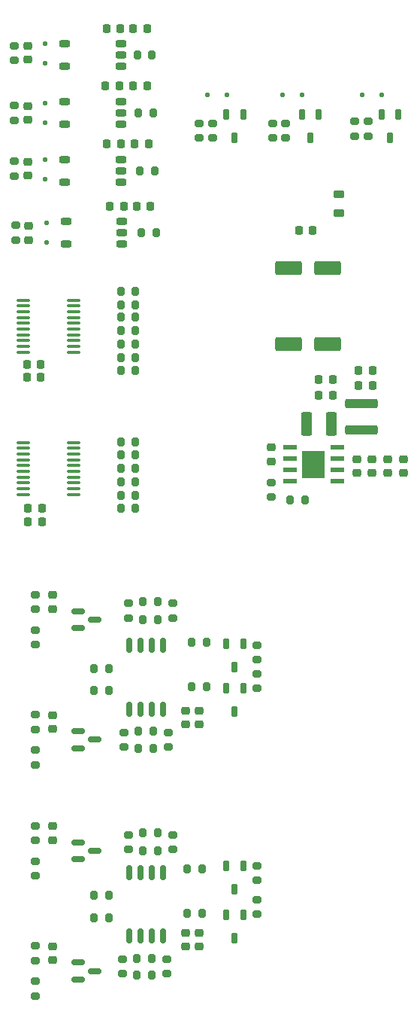
<source format=gbr>
%TF.GenerationSoftware,KiCad,Pcbnew,9.0.3*%
%TF.CreationDate,2026-03-01T13:08:05+01:00*%
%TF.ProjectId,HAT_RPI_PnP,4841545f-5250-4495-9f50-6e502e6b6963,rev?*%
%TF.SameCoordinates,Original*%
%TF.FileFunction,Paste,Top*%
%TF.FilePolarity,Positive*%
%FSLAX46Y46*%
G04 Gerber Fmt 4.6, Leading zero omitted, Abs format (unit mm)*
G04 Created by KiCad (PCBNEW 9.0.3) date 2026-03-01 13:08:05*
%MOMM*%
%LPD*%
G01*
G04 APERTURE LIST*
G04 Aperture macros list*
%AMRoundRect*
0 Rectangle with rounded corners*
0 $1 Rounding radius*
0 $2 $3 $4 $5 $6 $7 $8 $9 X,Y pos of 4 corners*
0 Add a 4 corners polygon primitive as box body*
4,1,4,$2,$3,$4,$5,$6,$7,$8,$9,$2,$3,0*
0 Add four circle primitives for the rounded corners*
1,1,$1+$1,$2,$3*
1,1,$1+$1,$4,$5*
1,1,$1+$1,$6,$7*
1,1,$1+$1,$8,$9*
0 Add four rect primitives between the rounded corners*
20,1,$1+$1,$2,$3,$4,$5,0*
20,1,$1+$1,$4,$5,$6,$7,0*
20,1,$1+$1,$6,$7,$8,$9,0*
20,1,$1+$1,$8,$9,$2,$3,0*%
G04 Aperture macros list end*
%ADD10RoundRect,0.200000X0.200000X0.275000X-0.200000X0.275000X-0.200000X-0.275000X0.200000X-0.275000X0*%
%ADD11RoundRect,0.225000X0.225000X0.250000X-0.225000X0.250000X-0.225000X-0.250000X0.225000X-0.250000X0*%
%ADD12RoundRect,0.218750X0.218750X0.256250X-0.218750X0.256250X-0.218750X-0.256250X0.218750X-0.256250X0*%
%ADD13RoundRect,0.200000X-0.200000X-0.275000X0.200000X-0.275000X0.200000X0.275000X-0.200000X0.275000X0*%
%ADD14RoundRect,0.218750X0.256250X-0.218750X0.256250X0.218750X-0.256250X0.218750X-0.256250X-0.218750X0*%
%ADD15RoundRect,0.200000X0.275000X-0.200000X0.275000X0.200000X-0.275000X0.200000X-0.275000X-0.200000X0*%
%ADD16RoundRect,0.162500X-0.162500X0.447500X-0.162500X-0.447500X0.162500X-0.447500X0.162500X0.447500X0*%
%ADD17RoundRect,0.150000X-0.587500X-0.150000X0.587500X-0.150000X0.587500X0.150000X-0.587500X0.150000X0*%
%ADD18RoundRect,0.225000X-0.250000X0.225000X-0.250000X-0.225000X0.250000X-0.225000X0.250000X0.225000X0*%
%ADD19RoundRect,0.200000X-0.400000X-0.200000X0.400000X-0.200000X0.400000X0.200000X-0.400000X0.200000X0*%
%ADD20RoundRect,0.218750X-0.381250X0.218750X-0.381250X-0.218750X0.381250X-0.218750X0.381250X0.218750X0*%
%ADD21RoundRect,0.200000X-0.275000X0.200000X-0.275000X-0.200000X0.275000X-0.200000X0.275000X0.200000X0*%
%ADD22RoundRect,0.225000X0.250000X-0.225000X0.250000X0.225000X-0.250000X0.225000X-0.250000X-0.225000X0*%
%ADD23RoundRect,0.125000X-0.125000X0.125000X-0.125000X-0.125000X0.125000X-0.125000X0.125000X0.125000X0*%
%ADD24RoundRect,0.100000X0.637500X0.100000X-0.637500X0.100000X-0.637500X-0.100000X0.637500X-0.100000X0*%
%ADD25RoundRect,0.250000X1.250000X0.550000X-1.250000X0.550000X-1.250000X-0.550000X1.250000X-0.550000X0*%
%ADD26RoundRect,0.125000X-0.125000X-0.125000X0.125000X-0.125000X0.125000X0.125000X-0.125000X0.125000X0*%
%ADD27RoundRect,0.162500X-0.162500X0.650000X-0.162500X-0.650000X0.162500X-0.650000X0.162500X0.650000X0*%
%ADD28RoundRect,0.225000X-0.225000X-0.250000X0.225000X-0.250000X0.225000X0.250000X-0.225000X0.250000X0*%
%ADD29RoundRect,0.250000X1.600000X-0.300000X1.600000X0.300000X-1.600000X0.300000X-1.600000X-0.300000X0*%
%ADD30R,2.600000X3.100000*%
%ADD31R,1.550000X0.600000*%
%ADD32RoundRect,0.250000X0.375000X1.075000X-0.375000X1.075000X-0.375000X-1.075000X0.375000X-1.075000X0*%
G04 APERTURE END LIST*
D10*
%TO.C,R51*%
X83325000Y-80100000D03*
X81675000Y-80100000D03*
%TD*%
%TO.C,R50*%
X83325000Y-81600000D03*
X81675000Y-81600000D03*
%TD*%
D11*
%TO.C,C21*%
X103975000Y-90000000D03*
X105525000Y-90000000D03*
%TD*%
D10*
%TO.C,R13*%
X85150000Y-157000000D03*
X83500000Y-157000000D03*
%TD*%
D12*
%TO.C,FB8*%
X72787500Y-106000000D03*
X71212500Y-106000000D03*
%TD*%
D13*
%TO.C,R23*%
X78675000Y-122500000D03*
X80325000Y-122500000D03*
%TD*%
D14*
%TO.C,FB1*%
X89000000Y-128787500D03*
X89000000Y-127212500D03*
%TD*%
D15*
%TO.C,R1*%
X72000000Y-145825000D03*
X72000000Y-144175000D03*
%TD*%
D16*
%TO.C,Q7*%
X112950000Y-60190000D03*
X111050000Y-60190000D03*
X112000000Y-62810000D03*
%TD*%
D17*
%TO.C,D2*%
X76830000Y-155550000D03*
X76830000Y-157450000D03*
X78705000Y-156500000D03*
%TD*%
D18*
%TO.C,C19*%
X110000000Y-98975000D03*
X110000000Y-100525000D03*
%TD*%
D12*
%TO.C,FB3*%
X85000000Y-70500000D03*
X83425000Y-70500000D03*
%TD*%
D11*
%TO.C,C23*%
X105525000Y-91750000D03*
X103975000Y-91750000D03*
%TD*%
D19*
%TO.C,U6*%
X75350000Y-52230000D03*
X75350000Y-54770000D03*
X81650000Y-54770000D03*
X81650000Y-53500000D03*
X81650000Y-52230000D03*
%TD*%
D18*
%TO.C,C7*%
X71300000Y-72745000D03*
X71300000Y-74295000D03*
%TD*%
D13*
%TO.C,R12*%
X78675000Y-150500000D03*
X80325000Y-150500000D03*
%TD*%
D10*
%TO.C,R54*%
X83325000Y-97000000D03*
X81675000Y-97000000D03*
%TD*%
D12*
%TO.C,FB4*%
X84787500Y-63500000D03*
X83212500Y-63500000D03*
%TD*%
D15*
%TO.C,R39*%
X69650000Y-67095000D03*
X69650000Y-65445000D03*
%TD*%
D13*
%TO.C,R33*%
X89675000Y-119500000D03*
X91325000Y-119500000D03*
%TD*%
D20*
%TO.C,FB9*%
X106250000Y-69187500D03*
X106250000Y-71312500D03*
%TD*%
D15*
%TO.C,R32*%
X87000000Y-131325000D03*
X87000000Y-129675000D03*
%TD*%
D18*
%TO.C,C6*%
X90500000Y-152225000D03*
X90500000Y-153775000D03*
%TD*%
D17*
%TO.C,D3*%
X76830000Y-116050000D03*
X76830000Y-117950000D03*
X78705000Y-117000000D03*
%TD*%
D15*
%TO.C,R35*%
X97000000Y-121500000D03*
X97000000Y-119850000D03*
%TD*%
D10*
%TO.C,R56*%
X83325000Y-101500000D03*
X81675000Y-101500000D03*
%TD*%
D15*
%TO.C,R63*%
X98750000Y-62825000D03*
X98750000Y-61175000D03*
%TD*%
D21*
%TO.C,R26*%
X82500000Y-115175000D03*
X82500000Y-116825000D03*
%TD*%
D13*
%TO.C,R44*%
X83525000Y-53500000D03*
X85175000Y-53500000D03*
%TD*%
D22*
%TO.C,C3*%
X74000000Y-115775000D03*
X74000000Y-114225000D03*
%TD*%
D21*
%TO.C,R62*%
X92000000Y-61175000D03*
X92000000Y-62825000D03*
%TD*%
D18*
%TO.C,C13*%
X71150000Y-52495000D03*
X71150000Y-54045000D03*
%TD*%
D15*
%TO.C,R2*%
X72000000Y-141825000D03*
X72000000Y-140175000D03*
%TD*%
D23*
%TO.C,D7*%
X73150000Y-58920000D03*
X73150000Y-61120000D03*
%TD*%
D13*
%TO.C,R40*%
X83825000Y-66500000D03*
X85475000Y-66500000D03*
%TD*%
D11*
%TO.C,C10*%
X81650000Y-63500000D03*
X80100000Y-63500000D03*
%TD*%
D10*
%TO.C,R57*%
X83325000Y-98500000D03*
X81675000Y-98500000D03*
%TD*%
D13*
%TO.C,R8*%
X89175000Y-145000000D03*
X90825000Y-145000000D03*
%TD*%
%TO.C,R60*%
X100775000Y-103500000D03*
X102425000Y-103500000D03*
%TD*%
D17*
%TO.C,D1*%
X76830000Y-142050000D03*
X76830000Y-143950000D03*
X78705000Y-143000000D03*
%TD*%
D15*
%TO.C,R61*%
X90500000Y-62825000D03*
X90500000Y-61175000D03*
%TD*%
D24*
%TO.C,U8*%
X70637500Y-86925000D03*
X70637500Y-86275000D03*
X70637500Y-85625000D03*
X70637500Y-84975000D03*
X70637500Y-84325000D03*
X70637500Y-83675000D03*
X70637500Y-83025000D03*
X70637500Y-82375000D03*
X70637500Y-81725000D03*
X70637500Y-81075000D03*
X76362500Y-81075000D03*
X76362500Y-81725000D03*
X76362500Y-82375000D03*
X76362500Y-83025000D03*
X76362500Y-83675000D03*
X76362500Y-84325000D03*
X76362500Y-84975000D03*
X76362500Y-85625000D03*
X76362500Y-86275000D03*
X76362500Y-86925000D03*
%TD*%
D15*
%TO.C,R11*%
X72000000Y-155325000D03*
X72000000Y-153675000D03*
%TD*%
%TO.C,R20*%
X72000000Y-115825000D03*
X72000000Y-114175000D03*
%TD*%
D21*
%TO.C,R6*%
X82500000Y-141175000D03*
X82500000Y-142825000D03*
%TD*%
D19*
%TO.C,U1*%
X75500000Y-72230000D03*
X75500000Y-74770000D03*
X81800000Y-74770000D03*
X81800000Y-73500000D03*
X81800000Y-72230000D03*
%TD*%
D11*
%TO.C,C12*%
X81500000Y-57000000D03*
X79950000Y-57000000D03*
%TD*%
D15*
%TO.C,R10*%
X72000000Y-159325000D03*
X72000000Y-157675000D03*
%TD*%
D11*
%TO.C,C8*%
X81987500Y-70500000D03*
X80437500Y-70500000D03*
%TD*%
D21*
%TO.C,R36*%
X97000000Y-124725000D03*
X97000000Y-123075000D03*
%TD*%
D12*
%TO.C,FB7*%
X72650000Y-89775000D03*
X71075000Y-89775000D03*
%TD*%
D16*
%TO.C,Q3*%
X95450000Y-119690000D03*
X93550000Y-119690000D03*
X94500000Y-122310000D03*
%TD*%
D15*
%TO.C,R16*%
X86825000Y-156825000D03*
X86825000Y-155175000D03*
%TD*%
D21*
%TO.C,R64*%
X100250000Y-61175000D03*
X100250000Y-62825000D03*
%TD*%
D25*
%TO.C,C25*%
X104950000Y-86000000D03*
X100550000Y-86000000D03*
%TD*%
D18*
%TO.C,C11*%
X71150000Y-59245000D03*
X71150000Y-60795000D03*
%TD*%
D23*
%TO.C,D5*%
X73300000Y-72420000D03*
X73300000Y-74620000D03*
%TD*%
D13*
%TO.C,R30*%
X83675000Y-129500000D03*
X85325000Y-129500000D03*
%TD*%
D23*
%TO.C,D6*%
X73150000Y-65270000D03*
X73150000Y-67470000D03*
%TD*%
D15*
%TO.C,R9*%
X97000000Y-146325000D03*
X97000000Y-144675000D03*
%TD*%
D18*
%TO.C,C9*%
X71150000Y-65495000D03*
X71150000Y-67045000D03*
%TD*%
D10*
%TO.C,R27*%
X85325000Y-131500000D03*
X83675000Y-131500000D03*
%TD*%
D13*
%TO.C,R24*%
X78675000Y-125000000D03*
X80325000Y-125000000D03*
%TD*%
D12*
%TO.C,FB6*%
X84637500Y-50500000D03*
X83062500Y-50500000D03*
%TD*%
D15*
%TO.C,R37*%
X69650000Y-60845000D03*
X69650000Y-59195000D03*
%TD*%
D17*
%TO.C,D4*%
X76830000Y-129550000D03*
X76830000Y-131450000D03*
X78705000Y-130500000D03*
%TD*%
D21*
%TO.C,R66*%
X109500000Y-60985000D03*
X109500000Y-62635000D03*
%TD*%
D10*
%TO.C,R5*%
X85825000Y-141000000D03*
X84175000Y-141000000D03*
%TD*%
D16*
%TO.C,Q6*%
X95450000Y-60190000D03*
X93550000Y-60190000D03*
X94500000Y-62810000D03*
%TD*%
D13*
%TO.C,R17*%
X89175000Y-150000000D03*
X90825000Y-150000000D03*
%TD*%
D26*
%TO.C,D10*%
X91400000Y-58000000D03*
X93600000Y-58000000D03*
%TD*%
D15*
%TO.C,R21*%
X72000000Y-133325000D03*
X72000000Y-131675000D03*
%TD*%
D16*
%TO.C,Q5*%
X103950000Y-60190000D03*
X102050000Y-60190000D03*
X103000000Y-62810000D03*
%TD*%
D23*
%TO.C,D8*%
X73150000Y-52270000D03*
X73150000Y-54470000D03*
%TD*%
D21*
%TO.C,R28*%
X82000000Y-129675000D03*
X82000000Y-131325000D03*
%TD*%
D10*
%TO.C,R48*%
X83325000Y-84500000D03*
X81675000Y-84500000D03*
%TD*%
D21*
%TO.C,R4*%
X87500000Y-141175000D03*
X87500000Y-142825000D03*
%TD*%
D24*
%TO.C,U9*%
X76362500Y-102925000D03*
X76362500Y-102275000D03*
X76362500Y-101625000D03*
X76362500Y-100975000D03*
X76362500Y-100325000D03*
X76362500Y-99675000D03*
X76362500Y-99025000D03*
X76362500Y-98375000D03*
X76362500Y-97725000D03*
X76362500Y-97075000D03*
X70637500Y-97075000D03*
X70637500Y-97725000D03*
X70637500Y-98375000D03*
X70637500Y-99025000D03*
X70637500Y-99675000D03*
X70637500Y-100325000D03*
X70637500Y-100975000D03*
X70637500Y-101625000D03*
X70637500Y-102275000D03*
X70637500Y-102925000D03*
%TD*%
D18*
%TO.C,C20*%
X108300000Y-98975000D03*
X108300000Y-100525000D03*
%TD*%
D27*
%TO.C,U3*%
X86405000Y-119912500D03*
X85135000Y-119912500D03*
X83865000Y-119912500D03*
X82595000Y-119912500D03*
X82595000Y-127087500D03*
X83865000Y-127087500D03*
X85135000Y-127087500D03*
X86405000Y-127087500D03*
%TD*%
D13*
%TO.C,R29*%
X84175000Y-117000000D03*
X85825000Y-117000000D03*
%TD*%
D27*
%TO.C,U2*%
X86405000Y-145412500D03*
X85135000Y-145412500D03*
X83865000Y-145412500D03*
X82595000Y-145412500D03*
X82595000Y-152587500D03*
X83865000Y-152587500D03*
X85135000Y-152587500D03*
X86405000Y-152587500D03*
%TD*%
D26*
%TO.C,D12*%
X108900000Y-58000000D03*
X111100000Y-58000000D03*
%TD*%
D28*
%TO.C,C24*%
X108475000Y-90700000D03*
X110025000Y-90700000D03*
%TD*%
D13*
%TO.C,R7*%
X84175000Y-143000000D03*
X85825000Y-143000000D03*
%TD*%
D16*
%TO.C,Q4*%
X95450000Y-124690000D03*
X93550000Y-124690000D03*
X94500000Y-127310000D03*
%TD*%
D12*
%TO.C,FB5*%
X84637500Y-57000000D03*
X83062500Y-57000000D03*
%TD*%
D10*
%TO.C,R25*%
X85825000Y-115000000D03*
X84175000Y-115000000D03*
%TD*%
D15*
%TO.C,R43*%
X69650000Y-54095000D03*
X69650000Y-52445000D03*
%TD*%
D29*
%TO.C,L1*%
X108750000Y-95700000D03*
X108750000Y-92700000D03*
%TD*%
D15*
%TO.C,R65*%
X108000000Y-62635000D03*
X108000000Y-60985000D03*
%TD*%
D19*
%TO.C,U4*%
X81650000Y-65230000D03*
X81650000Y-66500000D03*
X81650000Y-67770000D03*
X75350000Y-67770000D03*
X75350000Y-65230000D03*
%TD*%
D28*
%TO.C,C16*%
X71225000Y-104500000D03*
X72775000Y-104500000D03*
%TD*%
D25*
%TO.C,C28*%
X100550000Y-77500000D03*
X104950000Y-77500000D03*
%TD*%
D26*
%TO.C,D11*%
X99900000Y-58000000D03*
X102100000Y-58000000D03*
%TD*%
D28*
%TO.C,C15*%
X71087500Y-88275000D03*
X72637500Y-88275000D03*
%TD*%
D18*
%TO.C,C18*%
X111750000Y-98975000D03*
X111750000Y-100525000D03*
%TD*%
D16*
%TO.C,Q2*%
X95450000Y-150190000D03*
X93550000Y-150190000D03*
X94500000Y-152810000D03*
%TD*%
D18*
%TO.C,C26*%
X98600000Y-97640000D03*
X98600000Y-99190000D03*
%TD*%
D13*
%TO.C,R15*%
X83500000Y-155087500D03*
X85150000Y-155087500D03*
%TD*%
D15*
%TO.C,R19*%
X72000000Y-119825000D03*
X72000000Y-118175000D03*
%TD*%
D30*
%TO.C,U7*%
X103400000Y-99550000D03*
D31*
X106100000Y-97645000D03*
X106100000Y-98915000D03*
X106100000Y-100185000D03*
X106100000Y-101455000D03*
X100700000Y-101455000D03*
X100700000Y-100185000D03*
X100700000Y-98915000D03*
X100700000Y-97645000D03*
%TD*%
D16*
%TO.C,Q1*%
X95450000Y-144690000D03*
X93550000Y-144690000D03*
X94500000Y-147310000D03*
%TD*%
D22*
%TO.C,C4*%
X74000000Y-129275000D03*
X74000000Y-127725000D03*
%TD*%
%TO.C,C1*%
X74000000Y-141775000D03*
X74000000Y-140225000D03*
%TD*%
D10*
%TO.C,R47*%
X83325000Y-86000000D03*
X81675000Y-86000000D03*
%TD*%
D15*
%TO.C,R22*%
X72000000Y-129325000D03*
X72000000Y-127675000D03*
%TD*%
D21*
%TO.C,R31*%
X87500000Y-115175000D03*
X87500000Y-116825000D03*
%TD*%
D18*
%TO.C,C17*%
X113500000Y-98975000D03*
X113500000Y-100525000D03*
%TD*%
%TO.C,C5*%
X90500000Y-127225000D03*
X90500000Y-128775000D03*
%TD*%
D19*
%TO.C,U5*%
X75350000Y-58730000D03*
X75350000Y-61270000D03*
X81650000Y-61270000D03*
X81650000Y-60000000D03*
X81650000Y-58730000D03*
%TD*%
D10*
%TO.C,R53*%
X83325000Y-100000000D03*
X81675000Y-100000000D03*
%TD*%
D21*
%TO.C,R59*%
X98600000Y-101590000D03*
X98600000Y-103240000D03*
%TD*%
D10*
%TO.C,R49*%
X83325000Y-83000000D03*
X81675000Y-83000000D03*
%TD*%
D32*
%TO.C,D9*%
X105400000Y-94950000D03*
X102600000Y-94950000D03*
%TD*%
D22*
%TO.C,C2*%
X74000000Y-155275000D03*
X74000000Y-153725000D03*
%TD*%
D21*
%TO.C,R18*%
X97000000Y-148475000D03*
X97000000Y-150125000D03*
%TD*%
D15*
%TO.C,R14*%
X81825000Y-156825000D03*
X81825000Y-155175000D03*
%TD*%
D13*
%TO.C,R3*%
X78675000Y-148000000D03*
X80325000Y-148000000D03*
%TD*%
D10*
%TO.C,R52*%
X83325000Y-103000000D03*
X81675000Y-103000000D03*
%TD*%
D15*
%TO.C,R41*%
X69800000Y-74325000D03*
X69800000Y-72675000D03*
%TD*%
D13*
%TO.C,R38*%
X83975000Y-73500000D03*
X85625000Y-73500000D03*
%TD*%
D11*
%TO.C,C27*%
X103275000Y-73250000D03*
X101725000Y-73250000D03*
%TD*%
D13*
%TO.C,R34*%
X89675000Y-124500000D03*
X91325000Y-124500000D03*
%TD*%
D10*
%TO.C,R46*%
X83325000Y-89000000D03*
X81675000Y-89000000D03*
%TD*%
D14*
%TO.C,FB2*%
X89000000Y-153787500D03*
X89000000Y-152212500D03*
%TD*%
D11*
%TO.C,C14*%
X81625000Y-50500000D03*
X80075000Y-50500000D03*
%TD*%
D10*
%TO.C,R55*%
X83325000Y-104500000D03*
X81675000Y-104500000D03*
%TD*%
D13*
%TO.C,R42*%
X83675000Y-60000000D03*
X85325000Y-60000000D03*
%TD*%
D10*
%TO.C,R45*%
X83325000Y-87500000D03*
X81675000Y-87500000D03*
%TD*%
D28*
%TO.C,C22*%
X108475000Y-89000000D03*
X110025000Y-89000000D03*
%TD*%
M02*

</source>
